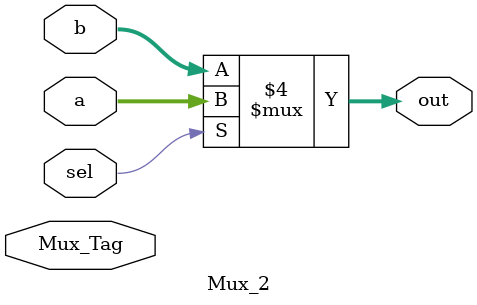
<source format=v>
`timescale 1ns/1ps

module Mux_2(input [31:0] a, input [31:0] b, input sel, input [3:0] Mux_Tag, output reg [31:0] out);

    always @(*) begin
        if (sel == 1) begin
            out <= a;
        end
        else begin
            out <= b;
        end
    end
    
endmodule
</source>
